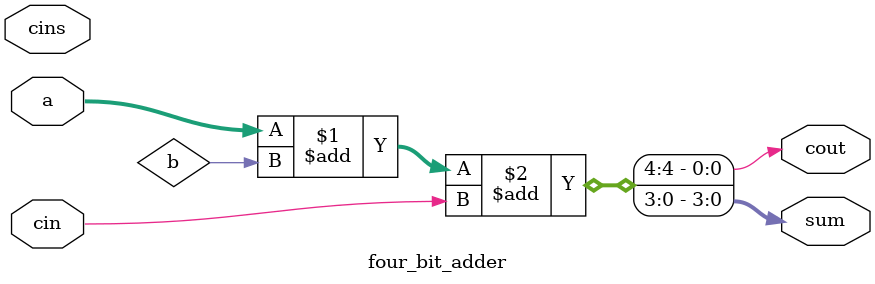
<source format=sv>

module four_bit_adder (
  input logic [4:0] a,      // 4-bit input A
  input logic cin,          // Carry-in
  inout wire cins,          // Carry-in
  output logic [3:0] sum,   // 4-bit Sum output
  output logic cout         // Carry-out
);
logic [2:0] empty;
 

assign {cout, sum} = a + b + cin;
 

endmodule
</source>
